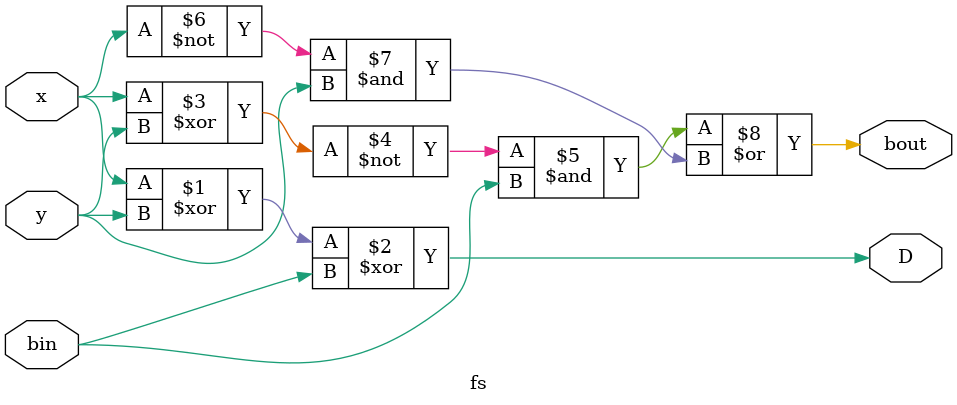
<source format=v>
`timescale 1ns / 1ps

module fs(
    input x, y, bin,
    output D, bout
    );

    assign D = (x^y)^bin;
    assign bout = ((~(x^y))&bin)|(~x&y);

endmodule
</source>
